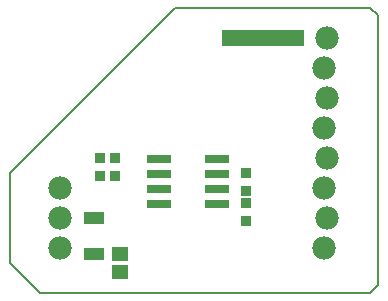
<source format=gts>
G75*
%MOIN*%
%OFA0B0*%
%FSLAX25Y25*%
%IPPOS*%
%LPD*%
%AMOC8*
5,1,8,0,0,1.08239X$1,22.5*
%
%ADD10C,0.00600*%
%ADD11C,0.00200*%
%ADD12R,0.08392X0.02802*%
%ADD13R,0.07100X0.04000*%
%ADD14C,0.07800*%
%ADD15R,0.03802X0.03498*%
%ADD16R,0.05600X0.04650*%
D10*
X0011300Y0001600D02*
X0001300Y0011600D01*
X0001300Y0041600D01*
X0056300Y0096600D01*
X0121300Y0096600D01*
X0123800Y0094100D01*
X0123800Y0004100D01*
X0121300Y0001600D01*
X0011300Y0001600D01*
D11*
X0071800Y0084100D02*
X0098800Y0084100D01*
X0098800Y0089100D01*
X0071800Y0089100D01*
X0071800Y0084100D01*
X0071800Y0084181D02*
X0098800Y0084181D01*
X0098800Y0084379D02*
X0071800Y0084379D01*
X0071800Y0084578D02*
X0098800Y0084578D01*
X0098800Y0084776D02*
X0071800Y0084776D01*
X0071800Y0084975D02*
X0098800Y0084975D01*
X0098800Y0085173D02*
X0071800Y0085173D01*
X0071800Y0085372D02*
X0098800Y0085372D01*
X0098800Y0085570D02*
X0071800Y0085570D01*
X0071800Y0085769D02*
X0098800Y0085769D01*
X0098800Y0085967D02*
X0071800Y0085967D01*
X0071800Y0086166D02*
X0098800Y0086166D01*
X0098800Y0086364D02*
X0071800Y0086364D01*
X0071800Y0086563D02*
X0098800Y0086563D01*
X0098800Y0086761D02*
X0071800Y0086761D01*
X0071800Y0086960D02*
X0098800Y0086960D01*
X0098800Y0087158D02*
X0071800Y0087158D01*
X0071800Y0087357D02*
X0098800Y0087357D01*
X0098800Y0087555D02*
X0071800Y0087555D01*
X0071800Y0087754D02*
X0098800Y0087754D01*
X0098800Y0087952D02*
X0071800Y0087952D01*
X0071800Y0088151D02*
X0098800Y0088151D01*
X0098800Y0088349D02*
X0071800Y0088349D01*
X0071800Y0088548D02*
X0098800Y0088548D01*
X0098800Y0088746D02*
X0071800Y0088746D01*
X0071800Y0088945D02*
X0098800Y0088945D01*
D12*
X0070091Y0046139D03*
X0070091Y0041139D03*
X0070091Y0036139D03*
X0070091Y0031139D03*
X0050800Y0031139D03*
X0050800Y0036139D03*
X0050800Y0041139D03*
X0050800Y0046139D03*
D13*
X0029300Y0026600D03*
X0029300Y0014600D03*
D14*
X0017800Y0016600D03*
X0017800Y0026600D03*
X0017800Y0036600D03*
X0105800Y0036600D03*
X0106800Y0026600D03*
X0105800Y0016600D03*
X0106800Y0046600D03*
X0105800Y0056600D03*
X0106800Y0066600D03*
X0105800Y0076600D03*
X0106800Y0086600D03*
D15*
X0079800Y0041650D03*
X0079800Y0035552D03*
X0079800Y0031650D03*
X0079800Y0025552D03*
X0036300Y0040552D03*
X0031300Y0040550D03*
X0031300Y0046648D03*
X0036300Y0046650D03*
D16*
X0037800Y0014725D03*
X0037800Y0008475D03*
M02*

</source>
